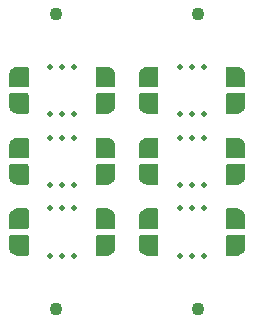
<source format=gbs>
G04 #@! TF.GenerationSoftware,KiCad,Pcbnew,8.0.1*
G04 #@! TF.CreationDate,2024-04-17T17:56:07-07:00*
G04 #@! TF.ProjectId,Pinlight_panel,50696e6c-6967-4687-945f-70616e656c2e,rev?*
G04 #@! TF.SameCoordinates,Original*
G04 #@! TF.FileFunction,Soldermask,Bot*
G04 #@! TF.FilePolarity,Negative*
%FSLAX46Y46*%
G04 Gerber Fmt 4.6, Leading zero omitted, Abs format (unit mm)*
G04 Created by KiCad (PCBNEW 8.0.1) date 2024-04-17 17:56:07*
%MOMM*%
%LPD*%
G01*
G04 APERTURE LIST*
%ADD10C,0.500000*%
%ADD11C,1.100000*%
%ADD12C,1.000000*%
G04 APERTURE END LIST*
D10*
X144000000Y-42999500D03*
X155000000Y-30999500D03*
X143000000Y-32999978D03*
D11*
X154500000Y-47499500D03*
D10*
X142000000Y-36999500D03*
D12*
X150300000Y-39799500D03*
D10*
X144000000Y-26999852D03*
X144000000Y-38999851D03*
D12*
X157700000Y-39799500D03*
D10*
X143000000Y-38999978D03*
D12*
X150300000Y-33799500D03*
X150300000Y-30199500D03*
X146700000Y-33799500D03*
D10*
X154000000Y-32999978D03*
X153000000Y-27000107D03*
X144000000Y-36999500D03*
X142000000Y-27000107D03*
X155000000Y-26999852D03*
D12*
X146700000Y-42199500D03*
X157700000Y-42199500D03*
X150300000Y-27799500D03*
X139300000Y-42199500D03*
X150300000Y-36199500D03*
X139300000Y-30199500D03*
D10*
X153000000Y-39000106D03*
D12*
X139300000Y-33799500D03*
D10*
X155000000Y-38999851D03*
X155000000Y-42999500D03*
X154000000Y-38999978D03*
X154000000Y-36999500D03*
D12*
X139300000Y-39799500D03*
D10*
X142000000Y-42999500D03*
D12*
X157700000Y-33799500D03*
D10*
X142000000Y-39000106D03*
D12*
X146700000Y-39799500D03*
X146700000Y-30199500D03*
D10*
X144000000Y-30999500D03*
X144000000Y-32999851D03*
X143000000Y-36999500D03*
X143000000Y-30999500D03*
X153000000Y-33000106D03*
D12*
X157700000Y-30199500D03*
X157700000Y-36199500D03*
D11*
X154500000Y-22500000D03*
D10*
X153000000Y-42999500D03*
X143000000Y-42999500D03*
X142000000Y-30999500D03*
X154000000Y-30999500D03*
D12*
X146700000Y-27799500D03*
D10*
X143000000Y-26999979D03*
D11*
X142500000Y-22500000D03*
D10*
X154000000Y-42999500D03*
X154000000Y-26999979D03*
D12*
X157700000Y-27799500D03*
D10*
X153000000Y-30999500D03*
X142000000Y-33000106D03*
D12*
X146700000Y-36199500D03*
D10*
X153000000Y-36999500D03*
D12*
X139300000Y-27799500D03*
X139300000Y-36199500D03*
D10*
X155000000Y-36999500D03*
D12*
X150300000Y-42199500D03*
D11*
X142500000Y-47499500D03*
D10*
X155000000Y-32999851D03*
G36*
X146751751Y-32999549D02*
G01*
X146822024Y-33001516D01*
X146846147Y-33004576D01*
X146984872Y-33036239D01*
X147011081Y-33045410D01*
X147137699Y-33106386D01*
X147161210Y-33121159D01*
X147271084Y-33208781D01*
X147290718Y-33228415D01*
X147378340Y-33338289D01*
X147393113Y-33361800D01*
X147454089Y-33488418D01*
X147463260Y-33514627D01*
X147494923Y-33653352D01*
X147497983Y-33677474D01*
X147499951Y-33747748D01*
X147500000Y-33751219D01*
X147500000Y-34625500D01*
X147480315Y-34692539D01*
X147427511Y-34738294D01*
X147376000Y-34749500D01*
X145974000Y-34749500D01*
X145906961Y-34729815D01*
X145861206Y-34677011D01*
X145850000Y-34625500D01*
X145850000Y-33123500D01*
X145869685Y-33056461D01*
X145922489Y-33010706D01*
X145974000Y-32999500D01*
X146748281Y-32999500D01*
X146751751Y-32999549D01*
G37*
G36*
X140093039Y-35269185D02*
G01*
X140138794Y-35321989D01*
X140150000Y-35373500D01*
X140150000Y-36875500D01*
X140130315Y-36942539D01*
X140077511Y-36988294D01*
X140026000Y-36999500D01*
X139251719Y-36999500D01*
X139248248Y-36999451D01*
X139177974Y-36997483D01*
X139153852Y-36994423D01*
X139015127Y-36962760D01*
X138988918Y-36953589D01*
X138862300Y-36892613D01*
X138838789Y-36877840D01*
X138728915Y-36790218D01*
X138709281Y-36770584D01*
X138621659Y-36660710D01*
X138606886Y-36637199D01*
X138545910Y-36510581D01*
X138536739Y-36484372D01*
X138505076Y-36345647D01*
X138502016Y-36321523D01*
X138500049Y-36251249D01*
X138500000Y-36247780D01*
X138500000Y-35373500D01*
X138519685Y-35306461D01*
X138572489Y-35260706D01*
X138624000Y-35249500D01*
X140026000Y-35249500D01*
X140093039Y-35269185D01*
G37*
G36*
X158443039Y-41269185D02*
G01*
X158488794Y-41321989D01*
X158500000Y-41373500D01*
X158500000Y-42247780D01*
X158499951Y-42251251D01*
X158497983Y-42321525D01*
X158494923Y-42345647D01*
X158463260Y-42484372D01*
X158454089Y-42510581D01*
X158393113Y-42637199D01*
X158378340Y-42660710D01*
X158290718Y-42770584D01*
X158271084Y-42790218D01*
X158161210Y-42877840D01*
X158137699Y-42892613D01*
X158011081Y-42953589D01*
X157984872Y-42962760D01*
X157846147Y-42994423D01*
X157822025Y-42997483D01*
X157751752Y-42999451D01*
X157748281Y-42999500D01*
X156974000Y-42999500D01*
X156906961Y-42979815D01*
X156861206Y-42927011D01*
X156850000Y-42875500D01*
X156850000Y-41373500D01*
X156869685Y-41306461D01*
X156922489Y-41260706D01*
X156974000Y-41249500D01*
X158376000Y-41249500D01*
X158443039Y-41269185D01*
G37*
G36*
X151093039Y-29269185D02*
G01*
X151138794Y-29321989D01*
X151150000Y-29373500D01*
X151150000Y-30875500D01*
X151130315Y-30942539D01*
X151077511Y-30988294D01*
X151026000Y-30999500D01*
X150251719Y-30999500D01*
X150248248Y-30999451D01*
X150177974Y-30997483D01*
X150153852Y-30994423D01*
X150015127Y-30962760D01*
X149988918Y-30953589D01*
X149862300Y-30892613D01*
X149838789Y-30877840D01*
X149728915Y-30790218D01*
X149709281Y-30770584D01*
X149621659Y-30660710D01*
X149606886Y-30637199D01*
X149545910Y-30510581D01*
X149536739Y-30484372D01*
X149505076Y-30345647D01*
X149502016Y-30321523D01*
X149500049Y-30251249D01*
X149500000Y-30247780D01*
X149500000Y-29373500D01*
X149519685Y-29306461D01*
X149572489Y-29260706D01*
X149624000Y-29249500D01*
X151026000Y-29249500D01*
X151093039Y-29269185D01*
G37*
G36*
X140093039Y-27019185D02*
G01*
X140138794Y-27071989D01*
X140150000Y-27123500D01*
X140150000Y-28625500D01*
X140130315Y-28692539D01*
X140077511Y-28738294D01*
X140026000Y-28749500D01*
X138624000Y-28749500D01*
X138556961Y-28729815D01*
X138511206Y-28677011D01*
X138500000Y-28625500D01*
X138500000Y-27751219D01*
X138500049Y-27747750D01*
X138502016Y-27677476D01*
X138505076Y-27653352D01*
X138536739Y-27514627D01*
X138545910Y-27488418D01*
X138606886Y-27361800D01*
X138621659Y-27338289D01*
X138709281Y-27228415D01*
X138728915Y-27208781D01*
X138838789Y-27121159D01*
X138862300Y-27106386D01*
X138988918Y-27045410D01*
X139015127Y-27036239D01*
X139153852Y-27004576D01*
X139177976Y-27001516D01*
X139248250Y-26999549D01*
X139251719Y-26999500D01*
X140026000Y-26999500D01*
X140093039Y-27019185D01*
G37*
G36*
X158443039Y-29269185D02*
G01*
X158488794Y-29321989D01*
X158500000Y-29373500D01*
X158500000Y-30247780D01*
X158499951Y-30251251D01*
X158497983Y-30321525D01*
X158494923Y-30345647D01*
X158463260Y-30484372D01*
X158454089Y-30510581D01*
X158393113Y-30637199D01*
X158378340Y-30660710D01*
X158290718Y-30770584D01*
X158271084Y-30790218D01*
X158161210Y-30877840D01*
X158137699Y-30892613D01*
X158011081Y-30953589D01*
X157984872Y-30962760D01*
X157846147Y-30994423D01*
X157822025Y-30997483D01*
X157751752Y-30999451D01*
X157748281Y-30999500D01*
X156974000Y-30999500D01*
X156906961Y-30979815D01*
X156861206Y-30927011D01*
X156850000Y-30875500D01*
X156850000Y-29373500D01*
X156869685Y-29306461D01*
X156922489Y-29260706D01*
X156974000Y-29249500D01*
X158376000Y-29249500D01*
X158443039Y-29269185D01*
G37*
G36*
X157751751Y-38999549D02*
G01*
X157822024Y-39001516D01*
X157846147Y-39004576D01*
X157984872Y-39036239D01*
X158011081Y-39045410D01*
X158137699Y-39106386D01*
X158161210Y-39121159D01*
X158271084Y-39208781D01*
X158290718Y-39228415D01*
X158378340Y-39338289D01*
X158393113Y-39361800D01*
X158454089Y-39488418D01*
X158463260Y-39514627D01*
X158494923Y-39653352D01*
X158497983Y-39677474D01*
X158499951Y-39747748D01*
X158500000Y-39751219D01*
X158500000Y-40625500D01*
X158480315Y-40692539D01*
X158427511Y-40738294D01*
X158376000Y-40749500D01*
X156974000Y-40749500D01*
X156906961Y-40729815D01*
X156861206Y-40677011D01*
X156850000Y-40625500D01*
X156850000Y-39123500D01*
X156869685Y-39056461D01*
X156922489Y-39010706D01*
X156974000Y-38999500D01*
X157748281Y-38999500D01*
X157751751Y-38999549D01*
G37*
G36*
X140093039Y-39019185D02*
G01*
X140138794Y-39071989D01*
X140150000Y-39123500D01*
X140150000Y-40625500D01*
X140130315Y-40692539D01*
X140077511Y-40738294D01*
X140026000Y-40749500D01*
X138624000Y-40749500D01*
X138556961Y-40729815D01*
X138511206Y-40677011D01*
X138500000Y-40625500D01*
X138500000Y-39751219D01*
X138500049Y-39747750D01*
X138502016Y-39677476D01*
X138505076Y-39653352D01*
X138536739Y-39514627D01*
X138545910Y-39488418D01*
X138606886Y-39361800D01*
X138621659Y-39338289D01*
X138709281Y-39228415D01*
X138728915Y-39208781D01*
X138838789Y-39121159D01*
X138862300Y-39106386D01*
X138988918Y-39045410D01*
X139015127Y-39036239D01*
X139153852Y-39004576D01*
X139177976Y-39001516D01*
X139248250Y-38999549D01*
X139251719Y-38999500D01*
X140026000Y-38999500D01*
X140093039Y-39019185D01*
G37*
G36*
X151093039Y-41269185D02*
G01*
X151138794Y-41321989D01*
X151150000Y-41373500D01*
X151150000Y-42875500D01*
X151130315Y-42942539D01*
X151077511Y-42988294D01*
X151026000Y-42999500D01*
X150251719Y-42999500D01*
X150248248Y-42999451D01*
X150177974Y-42997483D01*
X150153852Y-42994423D01*
X150015127Y-42962760D01*
X149988918Y-42953589D01*
X149862300Y-42892613D01*
X149838789Y-42877840D01*
X149728915Y-42790218D01*
X149709281Y-42770584D01*
X149621659Y-42660710D01*
X149606886Y-42637199D01*
X149545910Y-42510581D01*
X149536739Y-42484372D01*
X149505076Y-42345647D01*
X149502016Y-42321523D01*
X149500049Y-42251249D01*
X149500000Y-42247780D01*
X149500000Y-41373500D01*
X149519685Y-41306461D01*
X149572489Y-41260706D01*
X149624000Y-41249500D01*
X151026000Y-41249500D01*
X151093039Y-41269185D01*
G37*
G36*
X157751751Y-26999549D02*
G01*
X157822024Y-27001516D01*
X157846147Y-27004576D01*
X157984872Y-27036239D01*
X158011081Y-27045410D01*
X158137699Y-27106386D01*
X158161210Y-27121159D01*
X158271084Y-27208781D01*
X158290718Y-27228415D01*
X158378340Y-27338289D01*
X158393113Y-27361800D01*
X158454089Y-27488418D01*
X158463260Y-27514627D01*
X158494923Y-27653352D01*
X158497983Y-27677474D01*
X158499951Y-27747748D01*
X158500000Y-27751219D01*
X158500000Y-28625500D01*
X158480315Y-28692539D01*
X158427511Y-28738294D01*
X158376000Y-28749500D01*
X156974000Y-28749500D01*
X156906961Y-28729815D01*
X156861206Y-28677011D01*
X156850000Y-28625500D01*
X156850000Y-27123500D01*
X156869685Y-27056461D01*
X156922489Y-27010706D01*
X156974000Y-26999500D01*
X157748281Y-26999500D01*
X157751751Y-26999549D01*
G37*
G36*
X140093039Y-29269185D02*
G01*
X140138794Y-29321989D01*
X140150000Y-29373500D01*
X140150000Y-30875500D01*
X140130315Y-30942539D01*
X140077511Y-30988294D01*
X140026000Y-30999500D01*
X139251719Y-30999500D01*
X139248248Y-30999451D01*
X139177974Y-30997483D01*
X139153852Y-30994423D01*
X139015127Y-30962760D01*
X138988918Y-30953589D01*
X138862300Y-30892613D01*
X138838789Y-30877840D01*
X138728915Y-30790218D01*
X138709281Y-30770584D01*
X138621659Y-30660710D01*
X138606886Y-30637199D01*
X138545910Y-30510581D01*
X138536739Y-30484372D01*
X138505076Y-30345647D01*
X138502016Y-30321523D01*
X138500049Y-30251249D01*
X138500000Y-30247780D01*
X138500000Y-29373500D01*
X138519685Y-29306461D01*
X138572489Y-29260706D01*
X138624000Y-29249500D01*
X140026000Y-29249500D01*
X140093039Y-29269185D01*
G37*
G36*
X147443039Y-41269185D02*
G01*
X147488794Y-41321989D01*
X147500000Y-41373500D01*
X147500000Y-42247780D01*
X147499951Y-42251251D01*
X147497983Y-42321525D01*
X147494923Y-42345647D01*
X147463260Y-42484372D01*
X147454089Y-42510581D01*
X147393113Y-42637199D01*
X147378340Y-42660710D01*
X147290718Y-42770584D01*
X147271084Y-42790218D01*
X147161210Y-42877840D01*
X147137699Y-42892613D01*
X147011081Y-42953589D01*
X146984872Y-42962760D01*
X146846147Y-42994423D01*
X146822025Y-42997483D01*
X146751752Y-42999451D01*
X146748281Y-42999500D01*
X145974000Y-42999500D01*
X145906961Y-42979815D01*
X145861206Y-42927011D01*
X145850000Y-42875500D01*
X145850000Y-41373500D01*
X145869685Y-41306461D01*
X145922489Y-41260706D01*
X145974000Y-41249500D01*
X147376000Y-41249500D01*
X147443039Y-41269185D01*
G37*
G36*
X140093039Y-41269185D02*
G01*
X140138794Y-41321989D01*
X140150000Y-41373500D01*
X140150000Y-42875500D01*
X140130315Y-42942539D01*
X140077511Y-42988294D01*
X140026000Y-42999500D01*
X139251719Y-42999500D01*
X139248248Y-42999451D01*
X139177974Y-42997483D01*
X139153852Y-42994423D01*
X139015127Y-42962760D01*
X138988918Y-42953589D01*
X138862300Y-42892613D01*
X138838789Y-42877840D01*
X138728915Y-42790218D01*
X138709281Y-42770584D01*
X138621659Y-42660710D01*
X138606886Y-42637199D01*
X138545910Y-42510581D01*
X138536739Y-42484372D01*
X138505076Y-42345647D01*
X138502016Y-42321523D01*
X138500049Y-42251249D01*
X138500000Y-42247780D01*
X138500000Y-41373500D01*
X138519685Y-41306461D01*
X138572489Y-41260706D01*
X138624000Y-41249500D01*
X140026000Y-41249500D01*
X140093039Y-41269185D01*
G37*
G36*
X158443039Y-35269185D02*
G01*
X158488794Y-35321989D01*
X158500000Y-35373500D01*
X158500000Y-36247780D01*
X158499951Y-36251251D01*
X158497983Y-36321525D01*
X158494923Y-36345647D01*
X158463260Y-36484372D01*
X158454089Y-36510581D01*
X158393113Y-36637199D01*
X158378340Y-36660710D01*
X158290718Y-36770584D01*
X158271084Y-36790218D01*
X158161210Y-36877840D01*
X158137699Y-36892613D01*
X158011081Y-36953589D01*
X157984872Y-36962760D01*
X157846147Y-36994423D01*
X157822025Y-36997483D01*
X157751752Y-36999451D01*
X157748281Y-36999500D01*
X156974000Y-36999500D01*
X156906961Y-36979815D01*
X156861206Y-36927011D01*
X156850000Y-36875500D01*
X156850000Y-35373500D01*
X156869685Y-35306461D01*
X156922489Y-35260706D01*
X156974000Y-35249500D01*
X158376000Y-35249500D01*
X158443039Y-35269185D01*
G37*
G36*
X151093039Y-35269185D02*
G01*
X151138794Y-35321989D01*
X151150000Y-35373500D01*
X151150000Y-36875500D01*
X151130315Y-36942539D01*
X151077511Y-36988294D01*
X151026000Y-36999500D01*
X150251719Y-36999500D01*
X150248248Y-36999451D01*
X150177974Y-36997483D01*
X150153852Y-36994423D01*
X150015127Y-36962760D01*
X149988918Y-36953589D01*
X149862300Y-36892613D01*
X149838789Y-36877840D01*
X149728915Y-36790218D01*
X149709281Y-36770584D01*
X149621659Y-36660710D01*
X149606886Y-36637199D01*
X149545910Y-36510581D01*
X149536739Y-36484372D01*
X149505076Y-36345647D01*
X149502016Y-36321523D01*
X149500049Y-36251249D01*
X149500000Y-36247780D01*
X149500000Y-35373500D01*
X149519685Y-35306461D01*
X149572489Y-35260706D01*
X149624000Y-35249500D01*
X151026000Y-35249500D01*
X151093039Y-35269185D01*
G37*
G36*
X151093039Y-33019185D02*
G01*
X151138794Y-33071989D01*
X151150000Y-33123500D01*
X151150000Y-34625500D01*
X151130315Y-34692539D01*
X151077511Y-34738294D01*
X151026000Y-34749500D01*
X149624000Y-34749500D01*
X149556961Y-34729815D01*
X149511206Y-34677011D01*
X149500000Y-34625500D01*
X149500000Y-33751219D01*
X149500049Y-33747750D01*
X149502016Y-33677476D01*
X149505076Y-33653352D01*
X149536739Y-33514627D01*
X149545910Y-33488418D01*
X149606886Y-33361800D01*
X149621659Y-33338289D01*
X149709281Y-33228415D01*
X149728915Y-33208781D01*
X149838789Y-33121159D01*
X149862300Y-33106386D01*
X149988918Y-33045410D01*
X150015127Y-33036239D01*
X150153852Y-33004576D01*
X150177976Y-33001516D01*
X150248250Y-32999549D01*
X150251719Y-32999500D01*
X151026000Y-32999500D01*
X151093039Y-33019185D01*
G37*
G36*
X147443039Y-29269185D02*
G01*
X147488794Y-29321989D01*
X147500000Y-29373500D01*
X147500000Y-30247780D01*
X147499951Y-30251251D01*
X147497983Y-30321525D01*
X147494923Y-30345647D01*
X147463260Y-30484372D01*
X147454089Y-30510581D01*
X147393113Y-30637199D01*
X147378340Y-30660710D01*
X147290718Y-30770584D01*
X147271084Y-30790218D01*
X147161210Y-30877840D01*
X147137699Y-30892613D01*
X147011081Y-30953589D01*
X146984872Y-30962760D01*
X146846147Y-30994423D01*
X146822025Y-30997483D01*
X146751752Y-30999451D01*
X146748281Y-30999500D01*
X145974000Y-30999500D01*
X145906961Y-30979815D01*
X145861206Y-30927011D01*
X145850000Y-30875500D01*
X145850000Y-29373500D01*
X145869685Y-29306461D01*
X145922489Y-29260706D01*
X145974000Y-29249500D01*
X147376000Y-29249500D01*
X147443039Y-29269185D01*
G37*
G36*
X146751751Y-38999549D02*
G01*
X146822024Y-39001516D01*
X146846147Y-39004576D01*
X146984872Y-39036239D01*
X147011081Y-39045410D01*
X147137699Y-39106386D01*
X147161210Y-39121159D01*
X147271084Y-39208781D01*
X147290718Y-39228415D01*
X147378340Y-39338289D01*
X147393113Y-39361800D01*
X147454089Y-39488418D01*
X147463260Y-39514627D01*
X147494923Y-39653352D01*
X147497983Y-39677474D01*
X147499951Y-39747748D01*
X147500000Y-39751219D01*
X147500000Y-40625500D01*
X147480315Y-40692539D01*
X147427511Y-40738294D01*
X147376000Y-40749500D01*
X145974000Y-40749500D01*
X145906961Y-40729815D01*
X145861206Y-40677011D01*
X145850000Y-40625500D01*
X145850000Y-39123500D01*
X145869685Y-39056461D01*
X145922489Y-39010706D01*
X145974000Y-38999500D01*
X146748281Y-38999500D01*
X146751751Y-38999549D01*
G37*
G36*
X157751751Y-32999549D02*
G01*
X157822024Y-33001516D01*
X157846147Y-33004576D01*
X157984872Y-33036239D01*
X158011081Y-33045410D01*
X158137699Y-33106386D01*
X158161210Y-33121159D01*
X158271084Y-33208781D01*
X158290718Y-33228415D01*
X158378340Y-33338289D01*
X158393113Y-33361800D01*
X158454089Y-33488418D01*
X158463260Y-33514627D01*
X158494923Y-33653352D01*
X158497983Y-33677474D01*
X158499951Y-33747748D01*
X158500000Y-33751219D01*
X158500000Y-34625500D01*
X158480315Y-34692539D01*
X158427511Y-34738294D01*
X158376000Y-34749500D01*
X156974000Y-34749500D01*
X156906961Y-34729815D01*
X156861206Y-34677011D01*
X156850000Y-34625500D01*
X156850000Y-33123500D01*
X156869685Y-33056461D01*
X156922489Y-33010706D01*
X156974000Y-32999500D01*
X157748281Y-32999500D01*
X157751751Y-32999549D01*
G37*
G36*
X151093039Y-39019185D02*
G01*
X151138794Y-39071989D01*
X151150000Y-39123500D01*
X151150000Y-40625500D01*
X151130315Y-40692539D01*
X151077511Y-40738294D01*
X151026000Y-40749500D01*
X149624000Y-40749500D01*
X149556961Y-40729815D01*
X149511206Y-40677011D01*
X149500000Y-40625500D01*
X149500000Y-39751219D01*
X149500049Y-39747750D01*
X149502016Y-39677476D01*
X149505076Y-39653352D01*
X149536739Y-39514627D01*
X149545910Y-39488418D01*
X149606886Y-39361800D01*
X149621659Y-39338289D01*
X149709281Y-39228415D01*
X149728915Y-39208781D01*
X149838789Y-39121159D01*
X149862300Y-39106386D01*
X149988918Y-39045410D01*
X150015127Y-39036239D01*
X150153852Y-39004576D01*
X150177976Y-39001516D01*
X150248250Y-38999549D01*
X150251719Y-38999500D01*
X151026000Y-38999500D01*
X151093039Y-39019185D01*
G37*
G36*
X140093039Y-33019185D02*
G01*
X140138794Y-33071989D01*
X140150000Y-33123500D01*
X140150000Y-34625500D01*
X140130315Y-34692539D01*
X140077511Y-34738294D01*
X140026000Y-34749500D01*
X138624000Y-34749500D01*
X138556961Y-34729815D01*
X138511206Y-34677011D01*
X138500000Y-34625500D01*
X138500000Y-33751219D01*
X138500049Y-33747750D01*
X138502016Y-33677476D01*
X138505076Y-33653352D01*
X138536739Y-33514627D01*
X138545910Y-33488418D01*
X138606886Y-33361800D01*
X138621659Y-33338289D01*
X138709281Y-33228415D01*
X138728915Y-33208781D01*
X138838789Y-33121159D01*
X138862300Y-33106386D01*
X138988918Y-33045410D01*
X139015127Y-33036239D01*
X139153852Y-33004576D01*
X139177976Y-33001516D01*
X139248250Y-32999549D01*
X139251719Y-32999500D01*
X140026000Y-32999500D01*
X140093039Y-33019185D01*
G37*
G36*
X147443039Y-35269185D02*
G01*
X147488794Y-35321989D01*
X147500000Y-35373500D01*
X147500000Y-36247780D01*
X147499951Y-36251251D01*
X147497983Y-36321525D01*
X147494923Y-36345647D01*
X147463260Y-36484372D01*
X147454089Y-36510581D01*
X147393113Y-36637199D01*
X147378340Y-36660710D01*
X147290718Y-36770584D01*
X147271084Y-36790218D01*
X147161210Y-36877840D01*
X147137699Y-36892613D01*
X147011081Y-36953589D01*
X146984872Y-36962760D01*
X146846147Y-36994423D01*
X146822025Y-36997483D01*
X146751752Y-36999451D01*
X146748281Y-36999500D01*
X145974000Y-36999500D01*
X145906961Y-36979815D01*
X145861206Y-36927011D01*
X145850000Y-36875500D01*
X145850000Y-35373500D01*
X145869685Y-35306461D01*
X145922489Y-35260706D01*
X145974000Y-35249500D01*
X147376000Y-35249500D01*
X147443039Y-35269185D01*
G37*
G36*
X151093039Y-27019185D02*
G01*
X151138794Y-27071989D01*
X151150000Y-27123500D01*
X151150000Y-28625500D01*
X151130315Y-28692539D01*
X151077511Y-28738294D01*
X151026000Y-28749500D01*
X149624000Y-28749500D01*
X149556961Y-28729815D01*
X149511206Y-28677011D01*
X149500000Y-28625500D01*
X149500000Y-27751219D01*
X149500049Y-27747750D01*
X149502016Y-27677476D01*
X149505076Y-27653352D01*
X149536739Y-27514627D01*
X149545910Y-27488418D01*
X149606886Y-27361800D01*
X149621659Y-27338289D01*
X149709281Y-27228415D01*
X149728915Y-27208781D01*
X149838789Y-27121159D01*
X149862300Y-27106386D01*
X149988918Y-27045410D01*
X150015127Y-27036239D01*
X150153852Y-27004576D01*
X150177976Y-27001516D01*
X150248250Y-26999549D01*
X150251719Y-26999500D01*
X151026000Y-26999500D01*
X151093039Y-27019185D01*
G37*
G36*
X146751751Y-26999549D02*
G01*
X146822024Y-27001516D01*
X146846147Y-27004576D01*
X146984872Y-27036239D01*
X147011081Y-27045410D01*
X147137699Y-27106386D01*
X147161210Y-27121159D01*
X147271084Y-27208781D01*
X147290718Y-27228415D01*
X147378340Y-27338289D01*
X147393113Y-27361800D01*
X147454089Y-27488418D01*
X147463260Y-27514627D01*
X147494923Y-27653352D01*
X147497983Y-27677474D01*
X147499951Y-27747748D01*
X147500000Y-27751219D01*
X147500000Y-28625500D01*
X147480315Y-28692539D01*
X147427511Y-28738294D01*
X147376000Y-28749500D01*
X145974000Y-28749500D01*
X145906961Y-28729815D01*
X145861206Y-28677011D01*
X145850000Y-28625500D01*
X145850000Y-27123500D01*
X145869685Y-27056461D01*
X145922489Y-27010706D01*
X145974000Y-26999500D01*
X146748281Y-26999500D01*
X146751751Y-26999549D01*
G37*
M02*

</source>
